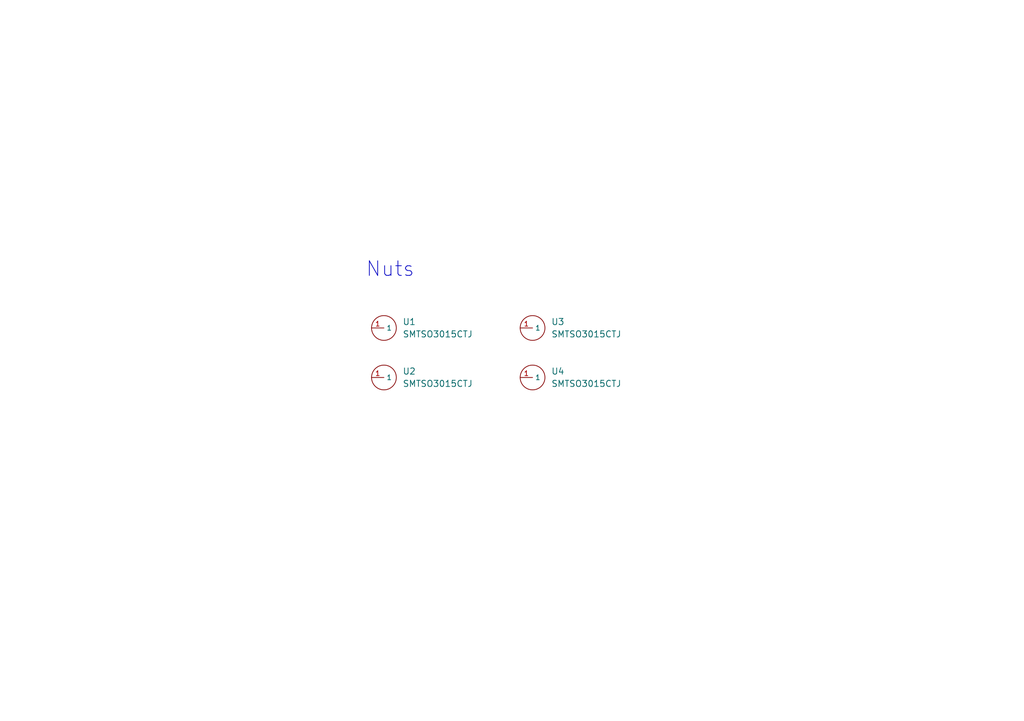
<source format=kicad_sch>
(kicad_sch (version 20211123) (generator eeschema)
  (paper "A5")
  (lib_symbols
    (symbol "MyParts:SMTSO3015CTJ"
      (property "Reference" "U?" (at 3.81 -5.0799 0))
      (property "Value" "SMTSO3015CTJ" (at 3.81 -7.6199 0))
      (symbol "SMTSO3015CTJ_0_0"
        (pin unspecified line (at -2.54 -6.35 0) (length 2.54) (name "1") (number "1"))
      )
      (symbol "SMTSO3015CTJ_0_1"
        (circle (center 0 -6.35) (radius 2.54) (stroke (width 0.1524)))
      )
    )
  )
  (text "Nuts" (at 74.93 57.15 0) (effects (font (size 3 3)) (justify left bottom)))
  (symbol (lib_id "MyParts:SMTSO3015CTJ") (at 109.22 71.12 0) (unit 1)
    (property "Reference" "U4" (at 113.03 76.1999 0) (effects (justify left)))
    (property "Value" "SMTSO3015CTJ" (at 113.03 78.7399 0) (effects (justify left)))
    (property "Footprint" "footprint:SMTSO3030CTJ" (effects hide))
    (property "Datasheet" "https://img.jlc.com/pdf/applyPasteComponent/2021-07-26/212394W/84600014a36a49d2b26ab413315c8aa0/SINHOO%E7%94%B5%E8%B7%AF%E6%9D%BF%E8%A1%A8%E8%B4%B4%E8%9E%BA%E6%AF%8D%E6%9F%B1PCBSMDNuts.pdf" (effects hide))
    (property "LCSC #" "C2915308" (effects hide))
  )
  (symbol (lib_id "MyParts:SMTSO3015CTJ") (at 109.22 60.96 0) (unit 1)
    (property "Reference" "U3" (at 113.03 66.0399 0) (effects (justify left)))
    (property "Value" "SMTSO3015CTJ" (at 113.03 68.5799 0) (effects (justify left)))
    (property "Footprint" "footprint:SMTSO3030CTJ" (effects hide))
    (property "Datasheet" "https://img.jlc.com/pdf/applyPasteComponent/2021-07-26/212394W/84600014a36a49d2b26ab413315c8aa0/SINHOO%E7%94%B5%E8%B7%AF%E6%9D%BF%E8%A1%A8%E8%B4%B4%E8%9E%BA%E6%AF%8D%E6%9F%B1PCBSMDNuts.pdf" (effects hide))
    (property "LCSC #" "C2915308" (effects hide))
  )
  (symbol (lib_id "MyParts:SMTSO3015CTJ") (at 78.74 60.96 0) (unit 1)
    (property "Reference" "U1" (at 82.55 66.0399 0) (effects (justify left)))
    (property "Value" "SMTSO3015CTJ" (at 82.55 68.5799 0) (effects (justify left)))
    (property "Footprint" "footprint:SMTSO3030CTJ" (effects hide))
    (property "Datasheet" "https://img.jlc.com/pdf/applyPasteComponent/2021-07-26/212394W/84600014a36a49d2b26ab413315c8aa0/SINHOO%E7%94%B5%E8%B7%AF%E6%9D%BF%E8%A1%A8%E8%B4%B4%E8%9E%BA%E6%AF%8D%E6%9F%B1PCBSMDNuts.pdf" (effects hide))
    (property "LCSC #" "C2915308" (effects hide))
  )
  (symbol (lib_id "MyParts:SMTSO3015CTJ") (at 78.74 71.12 0) (unit 1)
    (property "Reference" "U2" (at 82.55 76.1999 0) (effects (justify left)))
    (property "Value" "SMTSO3015CTJ" (at 82.55 78.7399 0) (effects (justify left)))
    (property "Footprint" "footprint:SMTSO3030CTJ" (effects hide))
    (property "Datasheet" "https://img.jlc.com/pdf/applyPasteComponent/2021-07-26/212394W/84600014a36a49d2b26ab413315c8aa0/SINHOO%E7%94%B5%E8%B7%AF%E6%9D%BF%E8%A1%A8%E8%B4%B4%E8%9E%BA%E6%AF%8D%E6%9F%B1PCBSMDNuts.pdf" (effects hide))
    (property "LCSC #" "C2915308" (effects hide))
  )
)
</source>
